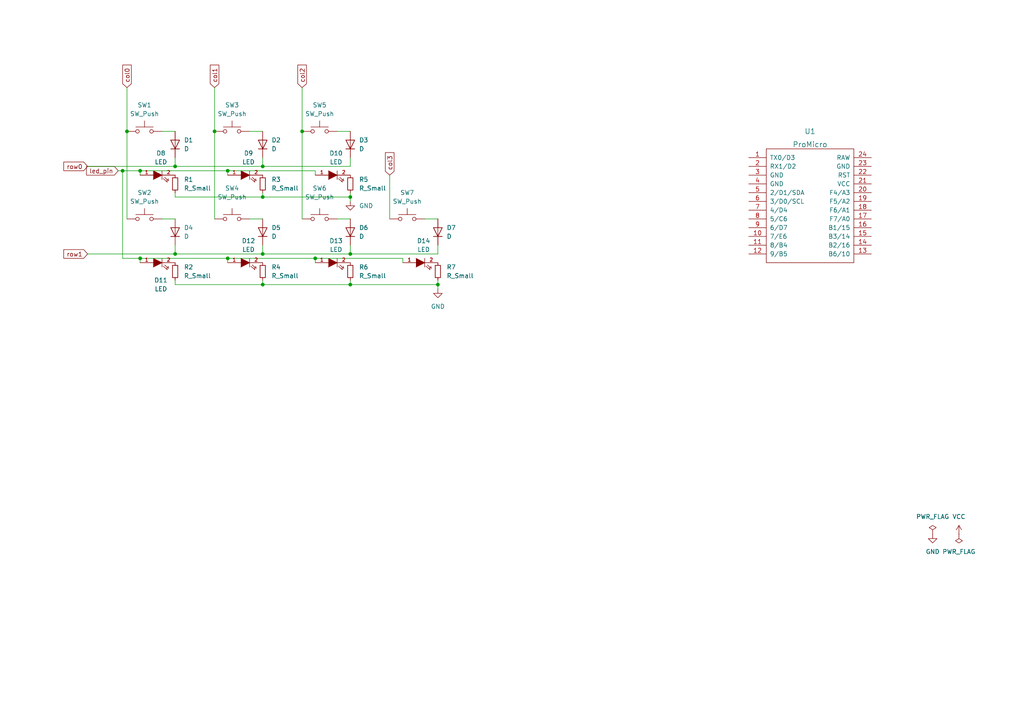
<source format=kicad_sch>
(kicad_sch (version 20211123) (generator eeschema)
  (paper "A4")
  (lib_symbols
    (symbol "1N4148:D" (pin_numbers hide) (pin_names (offset 1.016) hide)
      (property "Reference" "D" (at 0 2.54 0))
      (property "Value" "D" (at 0 -2.54 0))
      (symbol "D_0_1"
        (polyline (pts (xy -1.27 1.27) (xy -1.27 -1.27)) (stroke (width 0.2032)))
        (polyline (pts (xy 1.27 0) (xy -1.27 0)))
        (polyline (pts (xy 1.27 1.27) (xy 1.27 -1.27) (xy -1.27 0) (xy 1.27 1.27)) (stroke (width 0.2032)))
      )
      (symbol "D_1_1"
        (pin passive line (at -3.81 0 0) (length 2.54) (name "K") (number "1"))
        (pin passive line (at 3.81 0 180) (length 2.54) (name "A") (number "2"))
      )
    )
    (symbol "Device:R_Small" (pin_numbers hide) (pin_names (offset 0.254) hide)
      (property "Reference" "R" (at 0.762 0.508 0))
      (property "Value" "R_Small" (at 0.762 -1.016 0))
      (symbol "R_Small_0_1"
        (rectangle (start -0.762 1.778) (end 0.762 -1.778) (stroke (width 0.2032)))
      )
      (symbol "R_Small_1_1"
        (pin passive line (at 0 2.54 270) (length 0.762) (name "~") (number "1"))
        (pin passive line (at 0 -2.54 90) (length 0.762) (name "~") (number "2"))
      )
    )
    (symbol "Switch:SW_Push" (pin_numbers hide) (pin_names (offset 1.016) hide)
      (property "Reference" "SW" (at 1.27 2.54 0))
      (property "Value" "SW_Push" (at 0 -1.524 0))
      (symbol "SW_Push_0_1"
        (circle (center -2.032 0) (radius 0.508))
        (polyline (pts (xy 0 1.27) (xy 0 3.048)))
        (polyline (pts (xy 2.54 1.27) (xy -2.54 1.27)))
        (circle (center 2.032 0) (radius 0.508))
        (pin passive line (at -5.08 0 0) (length 2.54) (name "1") (number "1"))
        (pin passive line (at 5.08 0 180) (length 2.54) (name "2") (number "2"))
      )
    )
    (symbol "component:LED" (pin_names (offset 1.016) hide)
      (property "Reference" "D" (at 0 2.54 0))
      (property "Value" "LED" (at 0 -2.54 0))
      (symbol "LED_0_1"
        (polyline (pts (xy 1.27 1.27) (xy 1.27 -1.27)))
        (polyline (pts (xy -1.27 1.27) (xy 1.27 0) (xy -1.27 -1.27)) (fill (type outline)))
        (polyline (pts (xy 1.651 -1.016) (xy 2.794 -2.032) (xy 2.667 -1.397)))
        (polyline (pts (xy 2.032 -0.635) (xy 3.175 -1.651) (xy 3.048 -1.016)))
      )
      (symbol "LED_1_1"
        (pin passive line (at -5.08 0 0) (length 3.81) (name "A") (number "1"))
        (pin passive line (at 5.08 0 180) (length 3.81) (name "K") (number "2"))
      )
    )
    (symbol "kbd:ProMicro" (pin_names (offset 1.016))
      (property "Reference" "U" (at 0 19.05 0))
      (property "Value" "ProMicro" (at 0 -19.05 0))
      (symbol "ProMicro_0_1"
        (rectangle (start -12.7 16.51) (end 12.7 -16.51))
      )
      (symbol "ProMicro_1_1"
        (pin bidirectional line (at -17.78 13.97 0) (length 5.08) (name "TX0/D3") (number "1"))
        (pin bidirectional line (at -17.78 -8.89 0) (length 5.08) (name "7/E6") (number "10"))
        (pin bidirectional line (at -17.78 -11.43 0) (length 5.08) (name "8/B4") (number "11"))
        (pin bidirectional line (at -17.78 -13.97 0) (length 5.08) (name "9/B5") (number "12"))
        (pin bidirectional line (at 17.78 -13.97 180) (length 5.08) (name "B6/10") (number "13"))
        (pin bidirectional line (at 17.78 -11.43 180) (length 5.08) (name "B2/16") (number "14"))
        (pin bidirectional line (at 17.78 -8.89 180) (length 5.08) (name "B3/14") (number "15"))
        (pin bidirectional line (at 17.78 -6.35 180) (length 5.08) (name "B1/15") (number "16"))
        (pin bidirectional line (at 17.78 -3.81 180) (length 5.08) (name "F7/A0") (number "17"))
        (pin bidirectional line (at 17.78 -1.27 180) (length 5.08) (name "F6/A1") (number "18"))
        (pin bidirectional line (at 17.78 1.27 180) (length 5.08) (name "F5/A2") (number "19"))
        (pin bidirectional line (at -17.78 11.43 0) (length 5.08) (name "RX1/D2") (number "2"))
        (pin bidirectional line (at 17.78 3.81 180) (length 5.08) (name "F4/A3") (number "20"))
        (pin power_in line (at 17.78 6.35 180) (length 5.08) (name "VCC") (number "21"))
        (pin input line (at 17.78 8.89 180) (length 5.08) (name "RST") (number "22"))
        (pin power_in line (at 17.78 11.43 180) (length 5.08) (name "GND") (number "23"))
        (pin power_out line (at 17.78 13.97 180) (length 5.08) (name "RAW") (number "24"))
        (pin power_in line (at -17.78 8.89 0) (length 5.08) (name "GND") (number "3"))
        (pin power_in line (at -17.78 6.35 0) (length 5.08) (name "GND") (number "4"))
        (pin bidirectional line (at -17.78 3.81 0) (length 5.08) (name "2/D1/SDA") (number "5"))
        (pin bidirectional line (at -17.78 1.27 0) (length 5.08) (name "3/D0/SCL") (number "6"))
        (pin bidirectional line (at -17.78 -1.27 0) (length 5.08) (name "4/D4") (number "7"))
        (pin bidirectional line (at -17.78 -3.81 0) (length 5.08) (name "5/C6") (number "8"))
        (pin bidirectional line (at -17.78 -6.35 0) (length 5.08) (name "6/D7") (number "9"))
      )
    )
    (symbol "power:GND" (power) (pin_names (offset 0))
      (property "Value" "GND" (at 0 -3.81 0))
      (symbol "GND_0_1"
        (polyline (pts (xy 0 0) (xy 0 -1.27) (xy 1.27 -1.27) (xy 0 -2.54) (xy -1.27 -1.27) (xy 0 -1.27)))
      )
      (symbol "GND_1_1"
        (pin power_in line (at 0 0 270) (length 0) hide (name "GND") (number "1"))
      )
    )
    (symbol "power:PWR_FLAG" (power) (pin_numbers hide) (pin_names (offset 0) hide)
      (property "Value" "PWR_FLAG" (at 0 3.81 0))
      (symbol "PWR_FLAG_0_0"
        (pin power_out line (at 0 0 90) (length 0) (name "pwr") (number "1"))
      )
      (symbol "PWR_FLAG_0_1"
        (polyline (pts (xy 0 0) (xy 0 1.27) (xy -1.016 1.905) (xy 0 2.54) (xy 1.016 1.905) (xy 0 1.27)))
      )
    )
    (symbol "power:VCC" (power) (pin_names (offset 0))
      (property "Value" "VCC" (at 0 3.81 0))
      (symbol "VCC_0_1"
        (polyline (pts (xy -0.762 1.27) (xy 0 2.54)))
        (polyline (pts (xy 0 0) (xy 0 2.54)))
        (polyline (pts (xy 0 2.54) (xy 0.762 1.27)))
      )
      (symbol "VCC_1_1"
        (pin power_in line (at 0 0 90) (length 0) hide (name "VCC") (number "1"))
      )
    )
  )
  (junction (at 87.63 38.1))
  (junction (at 101.6 82.55))
  (junction (at 101.6 73.66))
  (junction (at 66.04 74.93))
  (junction (at 76.2 73.66))
  (junction (at 91.44 74.93))
  (junction (at 76.2 48.26))
  (junction (at 101.6 57.15))
  (junction (at 40.64 74.93))
  (junction (at 36.83 38.1))
  (junction (at 66.04 49.53))
  (junction (at 127 82.55))
  (junction (at 35.56 49.53))
  (junction (at 50.8 48.26))
  (junction (at 50.8 73.66))
  (junction (at 76.2 57.15))
  (junction (at 76.2 82.55))
  (junction (at 40.64 49.53))
  (junction (at 62.23 38.1))
  (wire (pts (xy 76.2 73.66) (xy 50.8 73.66)))
  (wire (pts (xy 46.99 38.1) (xy 50.8 38.1)))
  (wire (pts (xy 113.03 50.8) (xy 113.03 63.5)))
  (wire (pts (xy 101.6 55.88) (xy 101.6 57.15)))
  (wire (pts (xy 116.84 74.93) (xy 91.44 74.93)))
  (wire (pts (xy 101.6 71.12) (xy 101.6 73.66)))
  (wire (pts (xy 101.6 81.28) (xy 101.6 82.55)))
  (wire (pts (xy 50.8 57.15) (xy 76.2 57.15)))
  (wire (pts (xy 40.64 74.93) (xy 40.64 76.2)))
  (wire (pts (xy 62.23 38.1) (xy 62.23 63.5)))
  (wire (pts (xy 34.29 49.53) (xy 35.56 49.53)))
  (wire (pts (xy 127 71.12) (xy 127 73.66)))
  (wire (pts (xy 66.04 49.53) (xy 91.44 49.53)))
  (wire (pts (xy 25.4 48.26) (xy 50.8 48.26)))
  (wire (pts (xy 101.6 57.15) (xy 101.6 58.42)))
  (wire (pts (xy 101.6 45.72) (xy 101.6 48.26)))
  (wire (pts (xy 50.8 48.26) (xy 50.8 45.72)))
  (wire (pts (xy 66.04 74.93) (xy 66.04 76.2)))
  (wire (pts (xy 40.64 49.53) (xy 66.04 49.53)))
  (wire (pts (xy 40.64 49.53) (xy 40.64 50.8)))
  (wire (pts (xy 76.2 48.26) (xy 50.8 48.26)))
  (wire (pts (xy 123.19 63.5) (xy 127 63.5)))
  (wire (pts (xy 50.8 82.55) (xy 76.2 82.55)))
  (wire (pts (xy 50.8 71.12) (xy 50.8 73.66)))
  (wire (pts (xy 87.63 25.4) (xy 87.63 38.1)))
  (wire (pts (xy 76.2 45.72) (xy 76.2 48.26)))
  (wire (pts (xy 76.2 55.88) (xy 76.2 57.15)))
  (wire (pts (xy 97.79 38.1) (xy 101.6 38.1)))
  (wire (pts (xy 40.64 74.93) (xy 35.56 74.93)))
  (wire (pts (xy 50.8 73.66) (xy 25.4 73.66)))
  (wire (pts (xy 66.04 49.53) (xy 66.04 50.8)))
  (wire (pts (xy 116.84 76.2) (xy 116.84 74.93)))
  (wire (pts (xy 101.6 48.26) (xy 76.2 48.26)))
  (wire (pts (xy 62.23 25.4) (xy 62.23 38.1)))
  (wire (pts (xy 97.79 63.5) (xy 101.6 63.5)))
  (wire (pts (xy 91.44 74.93) (xy 91.44 76.2)))
  (wire (pts (xy 91.44 49.53) (xy 91.44 50.8)))
  (wire (pts (xy 35.56 49.53) (xy 40.64 49.53)))
  (wire (pts (xy 127 81.28) (xy 127 82.55)))
  (wire (pts (xy 72.39 38.1) (xy 76.2 38.1)))
  (wire (pts (xy 91.44 74.93) (xy 66.04 74.93)))
  (wire (pts (xy 76.2 81.28) (xy 76.2 82.55)))
  (wire (pts (xy 101.6 82.55) (xy 127 82.55)))
  (wire (pts (xy 36.83 25.4) (xy 36.83 38.1)))
  (wire (pts (xy 50.8 55.88) (xy 50.8 57.15)))
  (wire (pts (xy 72.39 63.5) (xy 76.2 63.5)))
  (wire (pts (xy 87.63 38.1) (xy 87.63 63.5)))
  (wire (pts (xy 127 82.55) (xy 127 83.82)))
  (wire (pts (xy 76.2 57.15) (xy 101.6 57.15)))
  (wire (pts (xy 50.8 81.28) (xy 50.8 82.55)))
  (wire (pts (xy 76.2 71.12) (xy 76.2 73.66)))
  (wire (pts (xy 36.83 38.1) (xy 36.83 63.5)))
  (wire (pts (xy 35.56 74.93) (xy 35.56 49.53)))
  (wire (pts (xy 66.04 74.93) (xy 40.64 74.93)))
  (wire (pts (xy 76.2 82.55) (xy 101.6 82.55)))
  (wire (pts (xy 127 73.66) (xy 101.6 73.66)))
  (wire (pts (xy 46.99 63.5) (xy 50.8 63.5)))
  (wire (pts (xy 101.6 73.66) (xy 76.2 73.66)))
  (global_label "col0" (shape input) (at 36.83 25.4 90) (property "Intersheet References" "${INTERSHEET_REFS}" (effects hide)))
  (global_label "row1" (shape input) (at 25.4 73.66 180) (property "Intersheet References" "${INTERSHEET_REFS}" (effects hide)))
  (global_label "col2" (shape input) (at 87.63 25.4 90) (property "Intersheet References" "${INTERSHEET_REFS}" (effects hide)))
  (global_label "col1" (shape input) (at 62.23 25.4 90) (property "Intersheet References" "${INTERSHEET_REFS}" (effects hide)))
  (global_label "led_pin" (shape input) (at 34.29 49.53 180) (property "Intersheet References" "${INTERSHEET_REFS}" (effects hide)))
  (global_label "row0" (shape input) (at 25.4 48.26 180) (property "Intersheet References" "${INTERSHEET_REFS}" (effects hide)))
  (global_label "col3" (shape input) (at 113.03 50.8 90) (property "Intersheet References" "${INTERSHEET_REFS}" (effects hide)))
  (symbol (lib_id "Device:R_Small") (at 101.6 78.74 0) (unit 1)
    (property "Reference" "R6" (at 104.14 77.4699 0) (effects (justify left)))
    (property "Value" "R_Small" (at 104.14 80.0099 0) (effects (justify left)))
    (property "Footprint" "Keebio-Parts:Resistor-Hybrid-Back" (effects hide))
  )
  (symbol (lib_id "1N4148:D") (at 127 67.31 90) (unit 1)
    (property "Reference" "D7" (at 129.54 66.0399 90) (effects (justify right)))
    (property "Value" "D" (at 129.54 68.5799 90) (effects (justify right)))
    (property "Footprint" "Keebio-Parts:Diode-Hybrid-Back" (effects hide))
  )
  (symbol (lib_id "Switch:SW_Push") (at 118.11 63.5 0) (unit 1)
    (property "Reference" "SW7" (at 118.11 55.88 0))
    (property "Value" "SW_Push" (at 118.11 58.42 0))
    (property "Footprint" "Keebio-Parts:MX-Alps-Choc-1U" (effects hide))
  )
  (symbol (lib_id "Switch:SW_Push") (at 67.31 63.5 0) (unit 1)
    (property "Reference" "SW4" (at 67.31 54.61 0))
    (property "Value" "SW_Push" (at 67.31 57.15 0))
    (property "Footprint" "Keebio-Parts:MX-Alps-Choc-1U" (effects hide))
  )
  (symbol (lib_id "Device:R_Small") (at 50.8 53.34 0) (unit 1)
    (property "Reference" "R1" (at 53.34 52.0699 0) (effects (justify left)))
    (property "Value" "R_Small" (at 53.34 54.6099 0) (effects (justify left)))
    (property "Footprint" "Keebio-Parts:Resistor-Hybrid-Back" (effects hide))
  )
  (symbol (lib_id "kbd:ProMicro") (at 234.95 59.69 0) (unit 1)
    (property "Reference" "U1" (at 234.95 38.1 0) (effects (font (size 1.524 1.524))))
    (property "Value" "ProMicro" (at 234.95 41.91 0) (effects (font (size 1.524 1.524))))
    (property "Footprint" "kbd:ProMicro_v2" (effects hide))
  )
  (symbol (lib_id "1N4148:D") (at 101.6 67.31 90) (unit 1)
    (property "Reference" "D6" (at 104.14 66.0399 90) (effects (justify right)))
    (property "Value" "D" (at 104.14 68.5799 90) (effects (justify right)))
    (property "Footprint" "Keebio-Parts:Diode-Hybrid-Back" (effects hide))
  )
  (symbol (lib_id "component:LED") (at 45.72 50.8 0) (unit 1)
    (property "Reference" "D8" (at 46.6725 44.45 0))
    (property "Value" "LED" (at 46.6725 46.99 0))
    (property "Footprint" "Keebio-Parts:LED_3mm" (effects hide))
  )
  (symbol (lib_id "1N4148:D") (at 50.8 67.31 90) (unit 1)
    (property "Reference" "D4" (at 53.34 66.0399 90) (effects (justify right)))
    (property "Value" "D" (at 53.34 68.5799 90) (effects (justify right)))
    (property "Footprint" "Keebio-Parts:Diode-Hybrid-Back" (effects hide))
  )
  (symbol (lib_id "power:GND") (at 101.6 58.42 0) (unit 1)
    (property "Reference" "#PWR03" (effects hide))
    (property "Value" "GND" (at 104.14 59.6899 0) (effects (justify left)))
  )
  (symbol (lib_id "Device:R_Small") (at 76.2 53.34 0) (unit 1)
    (property "Reference" "R3" (at 78.74 52.0699 0) (effects (justify left)))
    (property "Value" "R_Small" (at 78.74 54.6099 0) (effects (justify left)))
    (property "Footprint" "Keebio-Parts:Resistor-Hybrid-Back" (effects hide))
  )
  (symbol (lib_id "power:PWR_FLAG") (at 270.51 154.94 0) (unit 1)
    (property "Reference" "#FLG01" (effects hide))
    (property "Value" "PWR_FLAG" (at 270.51 149.86 0))
  )
  (symbol (lib_id "component:LED") (at 96.52 50.8 0) (unit 1)
    (property "Reference" "D10" (at 97.4725 44.45 0))
    (property "Value" "LED" (at 97.4725 46.99 0))
    (property "Footprint" "Keebio-Parts:LED_3mm" (effects hide))
  )
  (symbol (lib_id "1N4148:D") (at 50.8 41.91 90) (unit 1)
    (property "Reference" "D1" (at 53.34 40.6399 90) (effects (justify right)))
    (property "Value" "D" (at 53.34 43.1799 90) (effects (justify right)))
    (property "Footprint" "Keebio-Parts:Diode-Hybrid-Back" (effects hide))
  )
  (symbol (lib_id "component:LED") (at 71.12 50.8 0) (unit 1)
    (property "Reference" "D9" (at 72.0725 44.45 0))
    (property "Value" "LED" (at 72.0725 46.99 0))
    (property "Footprint" "Keebio-Parts:LED_3mm" (effects hide))
  )
  (symbol (lib_id "Switch:SW_Push") (at 41.91 63.5 0) (unit 1)
    (property "Reference" "SW2" (at 41.91 55.88 0))
    (property "Value" "SW_Push" (at 41.91 58.42 0))
    (property "Footprint" "Keebio-Parts:MX-Alps-Choc-1U" (effects hide))
  )
  (symbol (lib_id "Device:R_Small") (at 50.8 78.74 0) (unit 1)
    (property "Reference" "R2" (at 53.34 77.4699 0) (effects (justify left)))
    (property "Value" "R_Small" (at 53.34 80.0099 0) (effects (justify left)))
    (property "Footprint" "Keebio-Parts:Resistor-Hybrid-Back" (effects hide))
  )
  (symbol (lib_id "Switch:SW_Push") (at 41.91 38.1 0) (unit 1)
    (property "Reference" "SW1" (at 41.91 30.48 0))
    (property "Value" "SW_Push" (at 41.91 33.02 0))
    (property "Footprint" "Keebio-Parts:MX-Alps-Choc-1U" (effects hide))
  )
  (symbol (lib_id "Device:R_Small") (at 76.2 78.74 0) (unit 1)
    (property "Reference" "R4" (at 78.74 77.4699 0) (effects (justify left)))
    (property "Value" "R_Small" (at 78.74 80.0099 0) (effects (justify left)))
    (property "Footprint" "Keebio-Parts:Resistor-Hybrid-Back" (effects hide))
  )
  (symbol (lib_id "Switch:SW_Push") (at 67.31 38.1 0) (unit 1)
    (property "Reference" "SW3" (at 67.31 30.48 0))
    (property "Value" "SW_Push" (at 67.31 33.02 0))
    (property "Footprint" "Keebio-Parts:MX-Alps-Choc-1U" (effects hide))
  )
  (symbol (lib_id "component:LED") (at 121.92 76.2 0) (unit 1)
    (property "Reference" "D14" (at 122.8725 69.85 0))
    (property "Value" "LED" (at 122.8725 72.39 0))
    (property "Footprint" "Keebio-Parts:LED_3mm" (effects hide))
  )
  (symbol (lib_id "Switch:SW_Push") (at 92.71 63.5 0) (unit 1)
    (property "Reference" "SW6" (at 92.71 54.61 0))
    (property "Value" "SW_Push" (at 92.71 57.15 0))
    (property "Footprint" "Keebio-Parts:MX-Alps-Choc-1U" (effects hide))
  )
  (symbol (lib_id "1N4148:D") (at 76.2 67.31 90) (unit 1)
    (property "Reference" "D5" (at 78.74 66.0399 90) (effects (justify right)))
    (property "Value" "D" (at 78.74 68.5799 90) (effects (justify right)))
    (property "Footprint" "Keebio-Parts:Diode-Hybrid-Back" (effects hide))
  )
  (symbol (lib_id "component:LED") (at 45.72 76.2 0) (unit 1)
    (property "Reference" "D11" (at 46.6725 81.28 0))
    (property "Value" "LED" (at 46.6725 83.82 0))
    (property "Footprint" "Keebio-Parts:LED_3mm" (effects hide))
  )
  (symbol (lib_id "power:VCC") (at 278.13 154.94 0) (unit 1)
    (property "Reference" "#PWR02" (effects hide))
    (property "Value" "VCC" (at 278.13 149.86 0))
  )
  (symbol (lib_id "component:LED") (at 96.52 76.2 0) (unit 1)
    (property "Reference" "D13" (at 97.4725 69.85 0))
    (property "Value" "LED" (at 97.4725 72.39 0))
    (property "Footprint" "Keebio-Parts:LED_3mm" (effects hide))
  )
  (symbol (lib_id "1N4148:D") (at 76.2 41.91 90) (unit 1)
    (property "Reference" "D2" (at 78.74 40.6399 90) (effects (justify right)))
    (property "Value" "D" (at 78.74 43.1799 90) (effects (justify right)))
    (property "Footprint" "Keebio-Parts:Diode-Hybrid-Back" (effects hide))
  )
  (symbol (lib_id "component:LED") (at 71.12 76.2 0) (unit 1)
    (property "Reference" "D12" (at 72.0725 69.85 0))
    (property "Value" "LED" (at 72.0725 72.39 0))
    (property "Footprint" "Keebio-Parts:LED_3mm" (effects hide))
  )
  (symbol (lib_id "1N4148:D") (at 101.6 41.91 90) (unit 1)
    (property "Reference" "D3" (at 104.14 40.6399 90) (effects (justify right)))
    (property "Value" "D" (at 104.14 43.1799 90) (effects (justify right)))
    (property "Footprint" "Keebio-Parts:Diode-Hybrid-Back" (effects hide))
  )
  (symbol (lib_id "power:GND") (at 270.51 154.94 0) (unit 1)
    (property "Reference" "#PWR01" (effects hide))
    (property "Value" "GND" (at 270.51 160.02 0))
  )
  (symbol (lib_id "Switch:SW_Push") (at 92.71 38.1 0) (unit 1)
    (property "Reference" "SW5" (at 92.71 30.48 0))
    (property "Value" "SW_Push" (at 92.71 33.02 0))
    (property "Footprint" "Keebio-Parts:MX-Alps-Choc-1U" (effects hide))
  )
  (symbol (lib_id "power:PWR_FLAG") (at 278.13 154.94 180) (unit 1)
    (property "Reference" "#FLG02" (effects hide))
    (property "Value" "PWR_FLAG" (at 278.13 160.02 0))
  )
  (symbol (lib_id "power:GND") (at 127 83.82 0) (unit 1)
    (property "Reference" "#PWR04" (effects hide))
    (property "Value" "GND" (at 127 88.9 0))
  )
  (symbol (lib_id "Device:R_Small") (at 101.6 53.34 0) (unit 1)
    (property "Reference" "R5" (at 104.14 52.0699 0) (effects (justify left)))
    (property "Value" "R_Small" (at 104.14 54.6099 0) (effects (justify left)))
    (property "Footprint" "Keebio-Parts:Resistor-Hybrid-Back" (effects hide))
  )
  (symbol (lib_id "Device:R_Small") (at 127 78.74 0) (unit 1)
    (property "Reference" "R7" (at 129.54 77.4699 0) (effects (justify left)))
    (property "Value" "R_Small" (at 129.54 80.0099 0) (effects (justify left)))
    (property "Footprint" "Keebio-Parts:Resistor-Hybrid-Back" (effects hide))
  )
)
</source>
